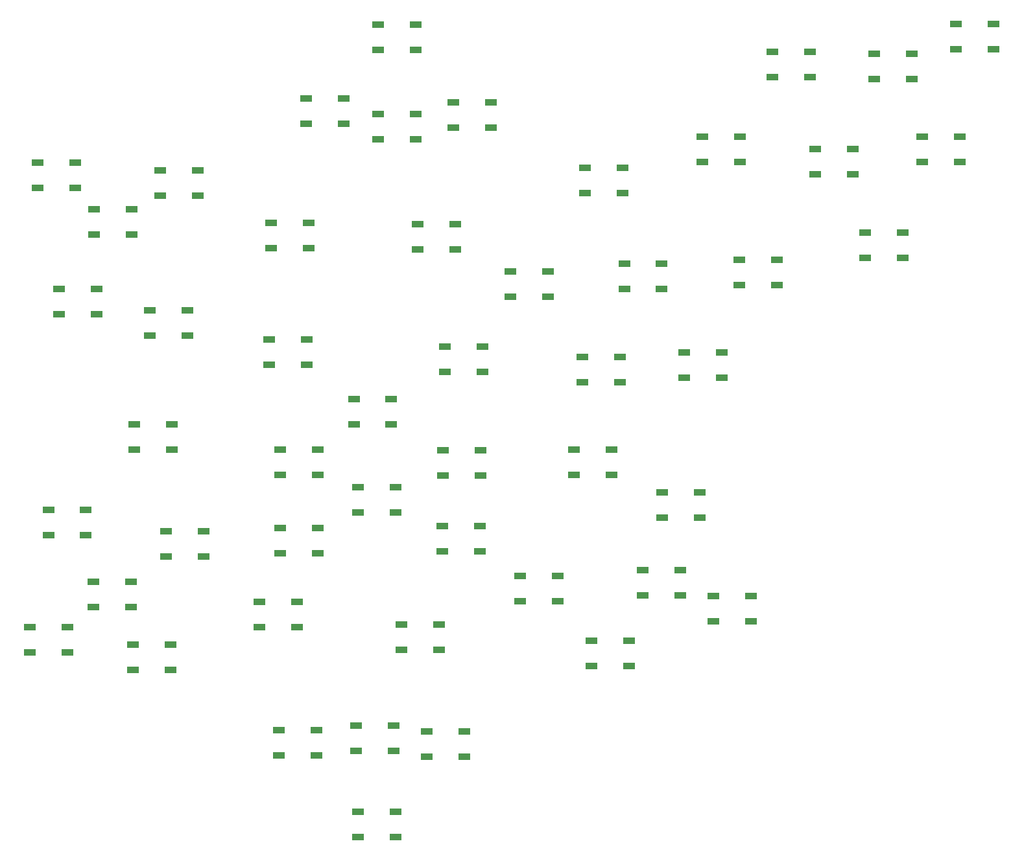
<source format=gbr>
%TF.GenerationSoftware,KiCad,Pcbnew,7.0.9*%
%TF.CreationDate,2024-02-03T11:29:30-06:00*%
%TF.ProjectId,bsidesPR,62736964-6573-4505-922e-6b696361645f,rev?*%
%TF.SameCoordinates,Original*%
%TF.FileFunction,Paste,Top*%
%TF.FilePolarity,Positive*%
%FSLAX46Y46*%
G04 Gerber Fmt 4.6, Leading zero omitted, Abs format (unit mm)*
G04 Created by KiCad (PCBNEW 7.0.9) date 2024-02-03 11:29:30*
%MOMM*%
%LPD*%
G01*
G04 APERTURE LIST*
%ADD10R,1.500000X0.900000*%
G04 APERTURE END LIST*
D10*
%TO.C,D35*%
X164174000Y-118111000D03*
X164174000Y-121411000D03*
X169074000Y-121411000D03*
X169074000Y-118111000D03*
%TD*%
%TO.C,D38*%
X156591000Y-65532000D03*
X156591000Y-68832000D03*
X161491000Y-68832000D03*
X161491000Y-65532000D03*
%TD*%
%TO.C,D6*%
X97753000Y-99061000D03*
X97753000Y-102361000D03*
X102653000Y-102361000D03*
X102653000Y-99061000D03*
%TD*%
%TO.C,D40*%
X146902000Y-79122000D03*
X146902000Y-82422000D03*
X151802000Y-82422000D03*
X151802000Y-79122000D03*
%TD*%
%TO.C,D44*%
X176747000Y-77598000D03*
X176747000Y-80898000D03*
X181647000Y-80898000D03*
X181647000Y-77598000D03*
%TD*%
%TO.C,D18*%
X134747000Y-72898000D03*
X134747000Y-76198000D03*
X139647000Y-76198000D03*
X139647000Y-72898000D03*
%TD*%
%TO.C,D22*%
X116840000Y-102364000D03*
X116840000Y-105664000D03*
X121740000Y-105664000D03*
X121740000Y-102364000D03*
%TD*%
%TO.C,D46*%
X181102000Y-50420000D03*
X181102000Y-53720000D03*
X186002000Y-53720000D03*
X186002000Y-50420000D03*
%TD*%
%TO.C,D37*%
X155157000Y-102363000D03*
X155157000Y-105663000D03*
X160057000Y-105663000D03*
X160057000Y-102363000D03*
%TD*%
%TO.C,D14*%
X129630000Y-46864000D03*
X129630000Y-50164000D03*
X134530000Y-50164000D03*
X134530000Y-46864000D03*
%TD*%
%TO.C,D23*%
X138049000Y-102491000D03*
X138049000Y-105791000D03*
X142949000Y-105791000D03*
X142949000Y-102491000D03*
%TD*%
%TO.C,D50*%
X205068000Y-46737000D03*
X205068000Y-50037000D03*
X209968000Y-50037000D03*
X209968000Y-46737000D03*
%TD*%
%TO.C,D7*%
X101944000Y-113031000D03*
X101944000Y-116331000D03*
X106844000Y-116331000D03*
X106844000Y-113031000D03*
%TD*%
%TO.C,D1*%
X85180000Y-64898000D03*
X85180000Y-68198000D03*
X90080000Y-68198000D03*
X90080000Y-64898000D03*
%TD*%
%TO.C,D42*%
X161726372Y-78106501D03*
X161726372Y-81406501D03*
X166626372Y-81406501D03*
X166626372Y-78106501D03*
%TD*%
%TO.C,D39*%
X193167000Y-74043000D03*
X193167000Y-77343000D03*
X198067000Y-77343000D03*
X198067000Y-74043000D03*
%TD*%
%TO.C,D13*%
X120232000Y-56516000D03*
X120232000Y-59816000D03*
X125132000Y-59816000D03*
X125132000Y-56516000D03*
%TD*%
%TO.C,D21*%
X126418000Y-95758000D03*
X126418000Y-99058000D03*
X131318000Y-99058000D03*
X131318000Y-95758000D03*
%TD*%
%TO.C,D15*%
X139446000Y-57024000D03*
X139446000Y-60324000D03*
X144346000Y-60324000D03*
X144346000Y-57024000D03*
%TD*%
%TO.C,D36*%
X166677000Y-107950000D03*
X166677000Y-111250000D03*
X171577000Y-111250000D03*
X171577000Y-107950000D03*
%TD*%
%TO.C,D27*%
X132641000Y-125222000D03*
X132641000Y-128522000D03*
X137541000Y-128522000D03*
X137541000Y-125222000D03*
%TD*%
%TO.C,D4*%
X87974000Y-81408000D03*
X87974000Y-84708000D03*
X92874000Y-84708000D03*
X92874000Y-81408000D03*
%TD*%
%TO.C,D47*%
X186653000Y-63120000D03*
X186653000Y-66420000D03*
X191553000Y-66420000D03*
X191553000Y-63120000D03*
%TD*%
%TO.C,D20*%
X138303000Y-88901000D03*
X138303000Y-92201000D03*
X143203000Y-92201000D03*
X143203000Y-88901000D03*
%TD*%
%TO.C,D24*%
X126963000Y-107316000D03*
X126963000Y-110616000D03*
X131863000Y-110616000D03*
X131863000Y-107316000D03*
%TD*%
%TO.C,D33*%
X157443000Y-127382000D03*
X157443000Y-130682000D03*
X162343000Y-130682000D03*
X162343000Y-127382000D03*
%TD*%
%TO.C,D16*%
X129630000Y-58548000D03*
X129630000Y-61848000D03*
X134530000Y-61848000D03*
X134530000Y-58548000D03*
%TD*%
%TO.C,D26*%
X137975000Y-112395000D03*
X137975000Y-115695000D03*
X142875000Y-115695000D03*
X142875000Y-112395000D03*
%TD*%
%TO.C,D5*%
X99785000Y-84202000D03*
X99785000Y-87502000D03*
X104685000Y-87502000D03*
X104685000Y-84202000D03*
%TD*%
%TO.C,D49*%
X200660000Y-61468000D03*
X200660000Y-64768000D03*
X205560000Y-64768000D03*
X205560000Y-61468000D03*
%TD*%
%TO.C,D10*%
X97626000Y-127890000D03*
X97626000Y-131190000D03*
X102526000Y-131190000D03*
X102526000Y-127890000D03*
%TD*%
%TO.C,D9*%
X84164000Y-125604000D03*
X84164000Y-128904000D03*
X89064000Y-128904000D03*
X89064000Y-125604000D03*
%TD*%
%TO.C,D11*%
X92456000Y-119635000D03*
X92456000Y-122935000D03*
X97356000Y-122935000D03*
X97356000Y-119635000D03*
%TD*%
%TO.C,D48*%
X194400000Y-50674000D03*
X194400000Y-53974000D03*
X199300000Y-53974000D03*
X199300000Y-50674000D03*
%TD*%
%TO.C,D25*%
X116803000Y-112650000D03*
X116803000Y-115950000D03*
X121703000Y-115950000D03*
X121703000Y-112650000D03*
%TD*%
%TO.C,D2*%
X101182000Y-65914000D03*
X101182000Y-69214000D03*
X106082000Y-69214000D03*
X106082000Y-65914000D03*
%TD*%
%TO.C,D12*%
X114099000Y-122301000D03*
X114099000Y-125601000D03*
X118999000Y-125601000D03*
X118999000Y-122301000D03*
%TD*%
%TO.C,D34*%
X173355000Y-121539000D03*
X173355000Y-124839000D03*
X178255000Y-124839000D03*
X178255000Y-121539000D03*
%TD*%
%TO.C,D19*%
X115406000Y-88012000D03*
X115406000Y-91312000D03*
X120306000Y-91312000D03*
X120306000Y-88012000D03*
%TD*%
%TO.C,D8*%
X86540000Y-110236000D03*
X86540000Y-113536000D03*
X91440000Y-113536000D03*
X91440000Y-110236000D03*
%TD*%
%TO.C,D43*%
X169524172Y-89688901D03*
X169524172Y-92988901D03*
X174424172Y-92988901D03*
X174424172Y-89688901D03*
%TD*%
%TO.C,D41*%
X156300000Y-90298000D03*
X156300000Y-93598000D03*
X161200000Y-93598000D03*
X161200000Y-90298000D03*
%TD*%
%TO.C,D28*%
X116639000Y-139065000D03*
X116639000Y-142365000D03*
X121539000Y-142365000D03*
X121539000Y-139065000D03*
%TD*%
%TO.C,D17*%
X115660000Y-72772000D03*
X115660000Y-76072000D03*
X120560000Y-76072000D03*
X120560000Y-72772000D03*
%TD*%
%TO.C,D45*%
X171921000Y-61469000D03*
X171921000Y-64769000D03*
X176821000Y-64769000D03*
X176821000Y-61469000D03*
%TD*%
%TO.C,D30*%
X126963000Y-149734000D03*
X126963000Y-153034000D03*
X131863000Y-153034000D03*
X131863000Y-149734000D03*
%TD*%
%TO.C,D3*%
X92546000Y-70994000D03*
X92546000Y-74294000D03*
X97446000Y-74294000D03*
X97446000Y-70994000D03*
%TD*%
%TO.C,D32*%
X148172000Y-118873000D03*
X148172000Y-122173000D03*
X153072000Y-122173000D03*
X153072000Y-118873000D03*
%TD*%
%TO.C,D29*%
X126709000Y-138431000D03*
X126709000Y-141731000D03*
X131609000Y-141731000D03*
X131609000Y-138431000D03*
%TD*%
%TO.C,D31*%
X135980000Y-139193000D03*
X135980000Y-142493000D03*
X140880000Y-142493000D03*
X140880000Y-139193000D03*
%TD*%
M02*

</source>
